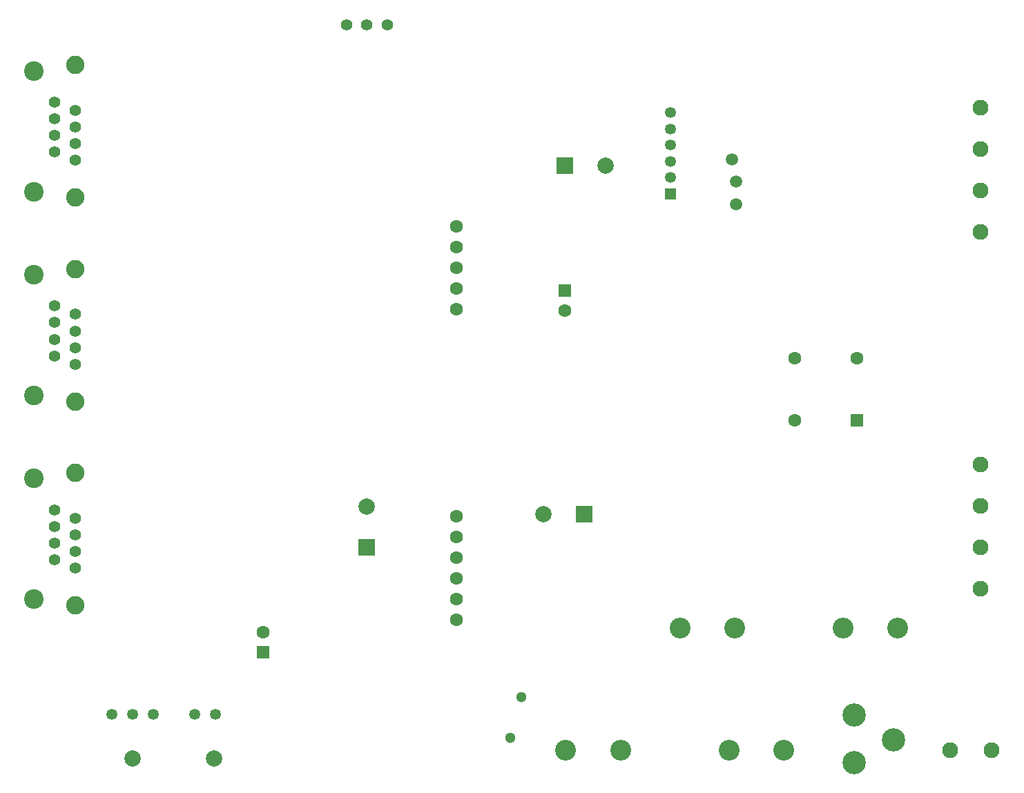
<source format=gbs>
G04 #@! TF.GenerationSoftware,KiCad,Pcbnew,7.0.8*
G04 #@! TF.CreationDate,2023-11-08T10:09:29+09:00*
G04 #@! TF.ProjectId,DMX512toWS2811,444d5835-3132-4746-9f57-53323831312e,rev?*
G04 #@! TF.SameCoordinates,Original*
G04 #@! TF.FileFunction,Soldermask,Bot*
G04 #@! TF.FilePolarity,Negative*
%FSLAX46Y46*%
G04 Gerber Fmt 4.6, Leading zero omitted, Abs format (unit mm)*
G04 Created by KiCad (PCBNEW 7.0.8) date 2023-11-08 10:09:29*
%MOMM*%
%LPD*%
G01*
G04 APERTURE LIST*
%ADD10R,1.600000X1.600000*%
%ADD11C,1.600000*%
%ADD12C,1.950000*%
%ADD13C,2.400000*%
%ADD14C,1.400000*%
%ADD15C,2.250000*%
%ADD16R,2.000000X2.000000*%
%ADD17C,2.000000*%
%ADD18R,1.350000X1.350000*%
%ADD19C,1.350000*%
%ADD20C,1.500000*%
%ADD21C,2.550000*%
%ADD22C,1.349000*%
%ADD23C,1.300000*%
%ADD24C,2.850000*%
G04 APERTURE END LIST*
D10*
G04 #@! TO.C,CA3*
X138500000Y-83067621D03*
D11*
X138500000Y-85567621D03*
G04 #@! TD*
D12*
G04 #@! TO.C,CN4*
X189500000Y-65750000D03*
X189500000Y-60670000D03*
G04 #@! TD*
G04 #@! TO.C,CN7*
X189500000Y-75910000D03*
X189500000Y-70830000D03*
G04 #@! TD*
D13*
G04 #@! TO.C,J2*
X73460000Y-81170000D03*
X73460000Y-95970000D03*
D14*
X76000000Y-85000000D03*
X78540000Y-86020000D03*
X76000000Y-87040000D03*
X78540000Y-88060000D03*
X76000000Y-89080000D03*
X78540000Y-90100000D03*
X76000000Y-91120000D03*
X78540000Y-92140000D03*
D15*
X78540000Y-80445000D03*
X78540000Y-96695000D03*
G04 #@! TD*
D16*
G04 #@! TO.C,CA1*
X114250000Y-114617677D03*
D17*
X114250000Y-109617677D03*
G04 #@! TD*
D10*
G04 #@! TO.C,X1*
X174310000Y-99060000D03*
D11*
X174310000Y-91440000D03*
X166690000Y-91440000D03*
X166690000Y-99060000D03*
G04 #@! TD*
D18*
G04 #@! TO.C,CN3*
X151500000Y-71250000D03*
D19*
X151500000Y-69250000D03*
X151500000Y-67250000D03*
X151500000Y-65250000D03*
X151500000Y-63250000D03*
X151500000Y-61250000D03*
G04 #@! TD*
D20*
G04 #@! TO.C,TP3*
X159000000Y-67000000D03*
G04 #@! TD*
D21*
G04 #@! TO.C,F1*
X165350000Y-139500000D03*
X158650000Y-139500000D03*
G04 #@! TD*
G04 #@! TO.C,F4*
X152650000Y-124500000D03*
X159350000Y-124500000D03*
G04 #@! TD*
D12*
G04 #@! TO.C,CN6*
X189500000Y-119660000D03*
X189500000Y-114580000D03*
G04 #@! TD*
D21*
G04 #@! TO.C,F2*
X145350000Y-139500000D03*
X138650000Y-139500000D03*
G04 #@! TD*
D22*
G04 #@! TO.C,PS1*
X95727082Y-135049582D03*
X93187082Y-135049582D03*
X88107082Y-135049582D03*
X85567082Y-135049582D03*
X83027082Y-135049582D03*
G04 #@! TD*
D17*
G04 #@! TO.C,C6*
X85500000Y-140549582D03*
X95500000Y-140549582D03*
G04 #@! TD*
D12*
G04 #@! TO.C,CN1*
X185810000Y-139500000D03*
X190890000Y-139500000D03*
G04 #@! TD*
D13*
G04 #@! TO.C,J3*
X73460000Y-106170000D03*
X73460000Y-120970000D03*
D14*
X76000000Y-110000000D03*
X78540000Y-111020000D03*
X76000000Y-112040000D03*
X78540000Y-113060000D03*
X76000000Y-114080000D03*
X78540000Y-115100000D03*
X76000000Y-116120000D03*
X78540000Y-117140000D03*
D15*
X78540000Y-105445000D03*
X78540000Y-121695000D03*
G04 #@! TD*
D23*
G04 #@! TO.C,VA1*
X131800000Y-138000000D03*
X133200000Y-133000000D03*
G04 #@! TD*
D16*
G04 #@! TO.C,CA5*
X140867677Y-110500000D03*
D17*
X135867677Y-110500000D03*
G04 #@! TD*
D16*
G04 #@! TO.C,CA4*
X138500000Y-67750000D03*
D17*
X143500000Y-67750000D03*
G04 #@! TD*
D10*
G04 #@! TO.C,CA2*
X101500000Y-127500000D03*
D11*
X101500000Y-125000000D03*
G04 #@! TD*
G04 #@! TO.C,PS2*
X125250000Y-75235000D03*
X125250000Y-77775000D03*
X125250000Y-80315000D03*
X125250000Y-82855000D03*
X125250000Y-85395000D03*
X125250000Y-110795000D03*
X125250000Y-113335000D03*
X125250000Y-115875000D03*
X125250000Y-118415000D03*
X125250000Y-120955000D03*
X125250000Y-123495000D03*
G04 #@! TD*
D13*
G04 #@! TO.C,J1*
X73460000Y-56170000D03*
X73460000Y-70970000D03*
D14*
X76000000Y-60000000D03*
X78540000Y-61020000D03*
X76000000Y-62040000D03*
X78540000Y-63060000D03*
X76000000Y-64080000D03*
X78540000Y-65100000D03*
X76000000Y-66120000D03*
X78540000Y-67140000D03*
D15*
X78540000Y-55445000D03*
X78540000Y-71695000D03*
G04 #@! TD*
D20*
G04 #@! TO.C,TP1*
X159500000Y-72500000D03*
G04 #@! TD*
D12*
G04 #@! TO.C,CN5*
X189500000Y-109500000D03*
X189500000Y-104420000D03*
G04 #@! TD*
D14*
G04 #@! TO.C,S2*
X111750000Y-50500000D03*
X114250000Y-50500000D03*
X116750000Y-50500000D03*
G04 #@! TD*
D21*
G04 #@! TO.C,F7*
X179325000Y-124500000D03*
X172625000Y-124500000D03*
G04 #@! TD*
D24*
G04 #@! TO.C,CN2*
X174000000Y-135200000D03*
X174000000Y-141000000D03*
X178800000Y-138200000D03*
G04 #@! TD*
D20*
G04 #@! TO.C,TP2*
X159500000Y-69750000D03*
G04 #@! TD*
M02*

</source>
